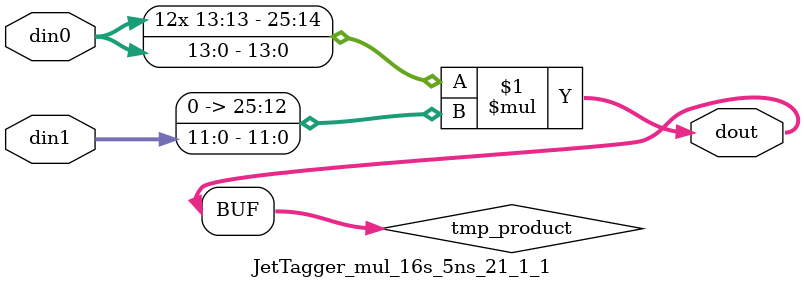
<source format=v>

`timescale 1 ns / 1 ps

  module JetTagger_mul_16s_5ns_21_1_1(din0, din1, dout);
parameter ID = 1;
parameter NUM_STAGE = 0;
parameter din0_WIDTH = 14;
parameter din1_WIDTH = 12;
parameter dout_WIDTH = 26;

input [din0_WIDTH - 1 : 0] din0; 
input [din1_WIDTH - 1 : 0] din1; 
output [dout_WIDTH - 1 : 0] dout;

wire signed [dout_WIDTH - 1 : 0] tmp_product;












assign tmp_product = $signed(din0) * $signed({1'b0, din1});









assign dout = tmp_product;







endmodule

</source>
